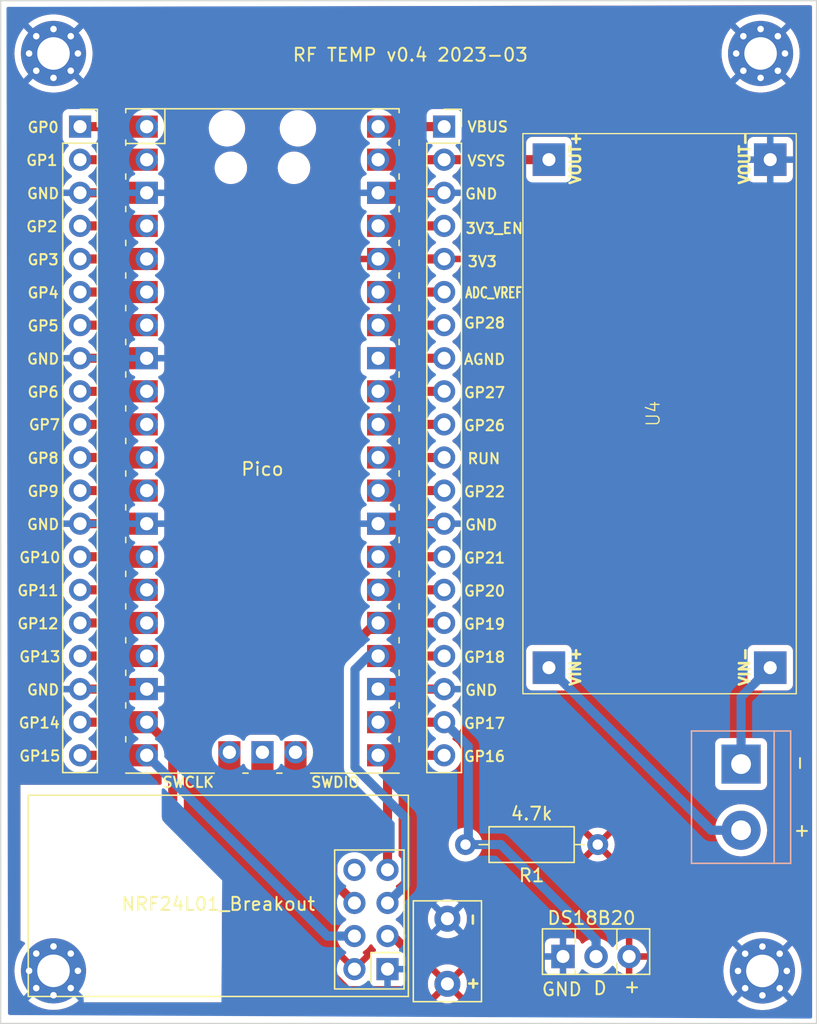
<source format=kicad_pcb>
(kicad_pcb (version 20221018) (generator pcbnew)
  (title_block (title "RF Temp") (date "2023-03-25") (rev "0.4"))
  (layers (0 "F.Cu" signal) (31 "B.Cu" signal) (34 "B.Paste" user) (35 "F.Paste" user) (36 "B.SilkS" user "B.Silkscreen") (37 "F.SilkS" user "F.Silkscreen") (38 "B.Mask" user) (39 "F.Mask" user) (44 "Edge.Cuts" user))
  (net 0 "")
  (net 2 "Net-(J1-Pin_1)")
  (net 3 "Net-(J1-Pin_2)")
  (net 4 "GND")
  (net 5 "Net-(J1-Pin_4)")
  (net 6 "Net-(J1-Pin_5)")
  (net 7 "Net-(J1-Pin_6)")
  (net 8 "Net-(J1-Pin_7)")
  (net 9 "Net-(J1-Pin_9)")
  (net 10 "Net-(J1-Pin_10)")
  (net 11 "Net-(J1-Pin_11)")
  (net 12 "Net-(J1-Pin_12)")
  (net 13 "Net-(J1-Pin_14)")
  (net 14 "Net-(J1-Pin_15)")
  (net 15 "Net-(J1-Pin_16)")
  (net 16 "Net-(J1-Pin_17)")
  (net 17 "Net-(J1-Pin_19)")
  (net 18 "Net-(J1-Pin_20)")
  (net 19 "Net-(J3-Pin_1)")
  (net 20 "Net-(J3-Pin_2)")
  (net 21 "Net-(J3-Pin_4)")
  (net 22 "Net-(J3-Pin_6)")
  (net 23 "Net-(J3-Pin_7)")
  (net 24 "Net-(J3-Pin_8)")
  (net 25 "Net-(J3-Pin_9)")
  (net 26 "Net-(J3-Pin_10)")
  (net 27 "Net-(J3-Pin_11)")
  (net 28 "Net-(J3-Pin_12)")
  (net 29 "Net-(J3-Pin_14)")
  (net 30 "Net-(J3-Pin_15)")
  (net 31 "Net-(J3-Pin_16)")
  (net 32 "Net-(J3-Pin_17)")
  (net 33 "Net-(J3-Pin_19)")
  (net 34 "Net-(J3-Pin_20)")
  (net 37 "Net-(J2-Pin_1)")
  (net 38 "Net-(J2-Pin_2)")
  (net 40 "3V3")
  (footprint "Package_TO_SOT_THT:TO-126-3_Vertical" (layer "F.Cu") (at 97.86 109.215)
    (fp_text reference "U2" hide)
    (fp_text value "DS18B20" (at 2.19 -2.95) (layer "F.SilkS"))
    (fp_line (start -1.58 -2.12) (end -1.58 1.37) (stroke (width 0.12)) (layer "F.SilkS"))
    (fp_line (start -1.58 -2.12) (end 6.66 -2.12) (stroke (width 0.12)) (layer "F.SilkS"))
    (fp_line (start -1.58 1.37) (end 6.66 1.37) (stroke (width 0.12)) (layer "F.SilkS"))
    (fp_line (start 0.94 -2.12) (end 0.94 -1.05) (stroke (width 0.12)) (layer "F.SilkS"))
    (fp_line (start 0.94 1.05) (end 0.94 1.37) (stroke (width 0.12)) (layer "F.SilkS"))
    (fp_line (start 4.141 -2.12) (end 4.141 -0.54) (stroke (width 0.12)) (layer "F.SilkS"))
    (fp_line (start 4.141 0.54) (end 4.141 1.37) (stroke (width 0.12)) (layer "F.SilkS"))
    (fp_line (start 6.66 -2.12) (end 6.66 1.37) (stroke (width 0.12)) (layer "F.SilkS"))
    (pad "1" thru_hole rect (at 0 0) (size 1.8 1.8) (drill 1) (layers "*.Cu" "*.Mask") (net 4 "GND"))
    (pad "2" thru_hole oval (at 2.54 0) (size 1.8 1.8) (drill 1) (layers "*.Cu" "*.Mask") (net 33 "Net-(J3-Pin_19)"))
    (pad "3" thru_hole oval (at 5.08 0) (size 1.8 1.8) (drill 1) (layers "*.Cu" "*.Mask") (net 40 "3V3"))
  )
  (footprint "my_LM2596_Library:my_LM2596AdjBuck" (layer "F.Cu") (at 105.28 67.545 90)
    (fp_text reference "U4" (at 0 -0.5 90 unlocked) (layer "F.SilkS") (effects (font (thickness 0.1))))
    (fp_text value "~")
    (fp_text user "VOUT-" (at 17.5 7 90 unlocked) (layer "F.SilkS") (effects (font (size 0.8 0.8) (thickness 0.2) bold) (justify left bottom)))
    (fp_text user "VIN+" (at -21 -6 90 unlocked) (layer "F.SilkS") (effects (font (size 0.8 0.8) (thickness 0.2) bold) (justify left bottom)))
    (fp_text user "VIN-" (at -21 7 90 unlocked) (layer "F.SilkS") (effects (font (size 0.8 0.8) (thickness 0.2) bold) (justify left bottom)))
    (fp_text user "VOUT+" (at 17.5 -6 90 unlocked) (layer "F.SilkS") (effects (font (size 0.8 0.8) (thickness 0.2) bold) (justify left bottom)))
    (fp_line (start -21.5 -10.5) (end 21.5 -10.5) (stroke (width 0.1)) (layer "F.SilkS"))
    (fp_line (start -21.5 10.5) (end -21.5 -10.5) (stroke (width 0.1)) (layer "F.SilkS"))
    (fp_line (start 21.5 -10.5) (end 21.5 10.5) (stroke (width 0.1)) (layer "F.SilkS"))
    (fp_line (start 21.5 10.5) (end -21.5 10.5) (stroke (width 0.1)) (layer "F.SilkS"))
    (pad "1" thru_hole rect (at -19.5 -8.5 90) (size 2.5 2.5) (drill 1) (layers "*.Cu" "*.Mask") (net 38 "Net-(J2-Pin_2)"))
    (pad "2" thru_hole rect (at -19.5 8.5 90) (size 2.5 2.5) (drill 1) (layers "*.Cu" "*.Mask") (net 37 "Net-(J2-Pin_1)"))
    (pad "3" thru_hole rect (at 19.5 -8.5 90) (size 2.5 2.5) (drill 1) (layers "*.Cu" "*.Mask") (net 20 "Net-(J3-Pin_2)"))
    (pad "4" thru_hole rect (at 19.5 8.5 90) (size 2.5 2.5) (drill 1) (layers "*.Cu" "*.Mask") (net 4 "GND"))
  )
  (footprint "Resistor_THT:R_Axial_DIN0207_L6.3mm_D2.5mm_P10.16mm_Horizontal" (layer "F.Cu") (at 100.53 100.625 180)
    (fp_text reference "R1" (at 5.08 -2.37 180) (layer "F.SilkS"))
    (fp_text value "4.7k" (at 5.08 2.37 180) (layer "F.SilkS"))
    (fp_line (start 1.04 0) (end 1.81 0) (stroke (width 0.12)) (layer "F.SilkS"))
    (fp_line (start 1.81 -1.37) (end 1.81 1.37) (stroke (width 0.12)) (layer "F.SilkS"))
    (fp_line (start 1.81 1.37) (end 8.35 1.37) (stroke (width 0.12)) (layer "F.SilkS"))
    (fp_line (start 8.35 -1.37) (end 1.81 -1.37) (stroke (width 0.12)) (layer "F.SilkS"))
    (fp_line (start 8.35 1.37) (end 8.35 -1.37) (stroke (width 0.12)) (layer "F.SilkS"))
    (fp_line (start 9.12 0) (end 8.35 0) (stroke (width 0.12)) (layer "F.SilkS"))
    (pad "1" thru_hole circle (at 0 0 180) (size 1.6 1.6) (drill 0.8) (layers "*.Cu" "*.Mask") (net 40 "3V3"))
    (pad "2" thru_hole oval (at 10.16 0 180) (size 1.6 1.6) (drill 0.8) (layers "*.Cu" "*.Mask") (net 33 "Net-(J3-Pin_19)"))
  )
  (footprint "RF_Module:nRF24L01_Breakout" (layer "F.Cu") (at 84.38 110.185 180)
    (fp_text reference "U3" hide)
    (fp_text value "NRF24L01_Breakout" (at 13 5) (layer "F.SilkS"))
    (fp_line (start -1.6 -2.1) (end -1.6 -2.1) (stroke (width 0.12)) (layer "F.SilkS"))
    (fp_line (start -1.6 -2.1) (end 27.6 -2.1) (stroke (width 0.12)) (layer "F.SilkS"))
    (fp_line (start -1.6 13.35) (end -1.6 -2.1) (stroke (width 0.12)) (layer "F.SilkS"))
    (fp_line (start -1.27 -1.524) (end -1.27 -1.524) (stroke (width 0.12)) (layer "F.SilkS"))
    (fp_line (start -1.27 -1.524) (end 4.064 -1.524) (stroke (width 0.12)) (layer "F.SilkS"))
    (fp_line (start -1.27 9.144) (end -1.27 -1.524) (stroke (width 0.12)) (layer "F.SilkS"))
    (fp_line (start -1.27 9.144) (end -1.27 9.144) (stroke (width 0.12)) (layer "F.SilkS"))
    (fp_line (start -1.016 1.27) (end -1.016 1.27) (stroke (width 0.12)) (layer "F.SilkS"))
    (fp_line (start 1.27 -1.016) (end 1.27 1.27) (stroke (width 0.12)) (layer "F.SilkS"))
    (fp_line (start 1.27 1.27) (end -1.016 1.27) (stroke (width 0.12)) (layer "F.SilkS"))
    (fp_line (start 4.064 -1.524) (end 4.064 9.144) (stroke (width 0.12)) (layer "F.SilkS"))
    (fp_line (start 4.064 9.144) (end -1.27 9.144) (stroke (width 0.12)) (layer "F.SilkS"))
    (fp_line (start 27.6 -2.1) (end 27.6 13.35) (stroke (width 0.12)) (layer "F.SilkS"))
    (fp_line (start 27.6 13.35) (end -1.6 13.35) (stroke (width 0.12)) (layer "F.SilkS"))
    (pad "1" thru_hole rect (at 0 0 180) (size 1.7 1.7) (drill 1) (layers "*.Cu" "*.Mask") (net 4 "GND"))
    (pad "2" thru_hole circle (at 2.54 0 180) (size 1.7 1.7) (drill 1) (layers "*.Cu" "*.Mask") (net 40 "3V3"))
    (pad "3" thru_hole circle (at 0 2.54 180) (size 1.7 1.7) (drill 1) (layers "*.Cu" "*.Mask") (net 17 "Net-(J1-Pin_19)"))
    (pad "4" thru_hole circle (at 2.54 2.54 180) (size 1.7 1.7) (drill 1) (layers "*.Cu" "*.Mask") (net 18 "Net-(J1-Pin_20)"))
    (pad "5" thru_hole circle (at 0 5.08 180) (size 1.7 1.7) (drill 1) (layers "*.Cu" "*.Mask") (net 32 "Net-(J3-Pin_17)"))
    (pad "6" thru_hole circle (at 2.54 5.08 180) (size 1.7 1.7) (drill 1) (layers "*.Cu" "*.Mask") (net 31 "Net-(J3-Pin_16)"))
    (pad "7" thru_hole circle (at 0 7.62 180) (size 1.7 1.7) (drill 1) (layers "*.Cu" "*.Mask") (net 34 "Net-(J3-Pin_20)"))
    (pad "8" thru_hole circle (at 2.54 7.62 180) (size 1.7 1.7) (drill 1) (layers "*.Cu" "*.Mask"))
  )
  (footprint "MCU_RaspberryPi_and_Boards:RPi_Pico_SMD_TH" (layer "F.Cu") (at 74.77 69.64)
    (fp_text reference "U1" hide)
    (fp_text value "Pico" (at 0 2.159) (layer "F.SilkS"))
    (fp_text user "GP7" (at -16.746 -1.24) (layer "F.SilkS") (effects (font (size 0.8 0.8))))
    (fp_text user "GP14" (at -17.146 21.65) (layer "F.SilkS") (effects (font (size 0.8 0.8))))
    (fp_text user "GP6" (at -16.846 -3.75) (layer "F.SilkS") (effects (font (size 0.8 0.8))))
    (fp_text user "GND" (at -16.846 6.41) (layer "F.SilkS") (effects (font (size 0.8 0.8))))
    (fp_text user "GP13" (at -17.1 16.57) (layer "F.SilkS") (effects (font (size 0.8 0.8))))
    (fp_text user "VSYS" (at 17.21 -21.5) (layer "F.SilkS") (effects (font (size 0.8 0.8))))
    (fp_text user "GP10" (at -17.1 8.95) (layer "F.SilkS") (effects (font (size 0.8 0.8))))
    (fp_text user "GP9" (at -16.846 3.87) (layer "F.SilkS") (effects (font (size 0.8 0.8))))
    (fp_text user "3V3" (at 16.89 -13.765) (layer "F.SilkS") (effects (font (size 0.8 0.8))))
    (fp_text user "GP8" (at -16.846 1.33) (layer "F.SilkS") (effects (font (size 0.8 0.8))))
    (fp_text user "GP0" (at -16.846 -24.07) (layer "F.SilkS") (effects (font (size 0.8 0.8))))
    (fp_text user "GP20" (at 17.064 11.52) (layer "F.SilkS") (effects (font (size 0.8 0.8))))
    (fp_text user "GP12" (at -17.246 14.03) (layer "F.SilkS") (effects (font (size 0.8 0.8))))
    (fp_text user "GP16" (at 17.064 24.22) (layer "F.SilkS") (effects (font (size 0.8 0.8))))
    (fp_text user "GP1" (at -16.946 -21.54) (layer "F.SilkS") (effects (font (size 0.8 0.8))))
    (fp_text user "GND" (at -16.846 -18.99) (layer "F.SilkS") (effects (font (size 0.8 0.8))))
    (fp_text user "GP27" (at 17.064 -3.71) (layer "F.SilkS") (effects (font (size 0.8 0.8))))
    (fp_text user "SWDIO" (at 5.6 26.2) (layer "F.SilkS") (effects (font (size 0.8 0.8))))
    (fp_text user "GND" (at 16.81 -18.96) (layer "F.SilkS") (effects (font (size 0.8 0.8))))
    (fp_text user "GP15" (at -17.1 24.19) (layer "F.SilkS") (effects (font (size 0.8 0.8))))
    (fp_text user "AGND" (at 17.064 -6.26) (layer "F.SilkS") (effects (font (size 0.8 0.8))))
    (fp_text user "GP26" (at 17.064 -1.18) (layer "F.SilkS") (effects (font (size 0.8 0.8))))
    (fp_text user "VBUS" (at 17.31 -24.11) (layer "F.SilkS") (effects (font (size 0.8 0.8))))
    (fp_text user "SWCLK" (at -5.7 26.2) (layer "F.SilkS") (effects (font (size 0.8 0.8))))
    (fp_text user "GND" (at 16.81 19.14) (layer "F.SilkS") (effects (font (size 0.8 0.8))))
    (fp_text user "GND" (at 16.81 6.44) (layer "F.SilkS") (effects (font (size 0.8 0.8))))
    (fp_text user "GP28" (at 17.064 -9.054) (layer "F.SilkS") (effects (font (size 0.8 0.8))))
    (fp_text user "3V3_EN" (at 17.82 -16.315) (layer "F.SilkS") (effects (font (size 0.8 0.8))))
    (fp_text user "GP18" (at 17.064 16.6) (layer "F.SilkS") (effects (font (size 0.8 0.8))))
    (fp_text user "GP5" (at -16.846 -8.83) (layer "F.SilkS") (effects (font (size 0.8 0.8))))
    (fp_text user "GP19" (at 17.064 14.06) (layer "F.SilkS") (effects (font (size 0.8 0.8))))
    (fp_text user "GP4" (at -16.846 -11.37) (layer "F.SilkS") (effects (font (size 0.8 0.8))))
    (fp_text user "GP3" (at -16.846 -13.91) (layer "F.SilkS") (effects (font (size 0.8 0.8))))
    (fp_text user "GND" (at -16.846 19.11) (layer "F.SilkS") (effects (font (size 0.8 0.8))))
    (fp_text user "RUN" (at 17.01 1.36) (layer "F.SilkS") (effects (font (size 0.8 0.8))))
    (fp_text user "GP22" (at 17.064 3.9) (layer "F.SilkS") (effects (font (size 0.8 0.8))))
    (fp_text user "GP17" (at 17.064 21.68) (layer "F.SilkS") (effects (font (size 0.8 0.8))))
    (fp_text user "GND" (at -16.846 -6.29) (layer "F.SilkS") (effects (font (size 0.8 0.8))))
    (fp_text user "GP2" (at -16.946 -16.45) (layer "F.SilkS") (effects (font (size 0.8 0.8))))
    (fp_text user "GP21" (at 17.064 8.99) (layer "F.SilkS") (effects (font (size 0.8 0.8))))
    (fp_text user "GP11" (at -17.246 11.49) (layer "F.SilkS") (effects (font (size 0.8 0.8))))
    (fp_text user "ADC_VREF" (at 17.77 -11.375) (layer "F.SilkS") (effects (font (size 0.8 0.6))))
    (fp_line (start -10.5 -25.5) (end -10.5 -25.2) (stroke (width 0.12)) (layer "F.SilkS"))
    (fp_line (start -10.5 -25.5) (end 10.5 -25.5) (stroke (width 0.12)) (layer "F.SilkS"))
    (fp_line (start -10.5 -23.1) (end -10.5 -22.7) (stroke (width 0.12)) (layer "F.SilkS"))
    (fp_line (start -10.5 -22.833) (end -7.493 -22.833) (stroke (width 0.12)) (layer "F.SilkS"))
    (fp_line (start -10.5 -20.5) (end -10.5 -20.1) (stroke (width 0.12)) (layer "F.SilkS"))
    (fp_line (start -10.5 -18) (end -10.5 -17.6) (stroke (width 0.12)) (layer "F.SilkS"))
    (fp_line (start -10.5 -15.4) (end -10.5 -15) (stroke (width 0.12)) (layer "F.SilkS"))
    (fp_line (start -10.5 -12.9) (end -10.5 -12.5) (stroke (width 0.12)) (layer "F.SilkS"))
    (fp_line (start -10.5 -10.4) (end -10.5 -10) (stroke (width 0.12)) (layer "F.SilkS"))
    (fp_line (start -10.5 -7.8) (end -10.5 -7.4) (stroke (width 0.12)) (layer "F.SilkS"))
    (fp_line (start -10.5 -5.3) (end -10.5 -4.9) (stroke (width 0.12)) (layer "F.SilkS"))
    (fp_line (start -10.5 -2.7) (end -10.5 -2.3) (stroke (width 0.12)) (layer "F.SilkS"))
    (fp_line (start -10.5 -0.2) (end -10.5 0.2) (stroke (width 0.12)) (layer "F.SilkS"))
    (fp_line (start -10.5 2.3) (end -10.5 2.7) (stroke (width 0.12)) (layer "F.SilkS"))
    (fp_line (start -10.5 4.9) (end -10.5 5.3) (stroke (width 0.12)) (layer "F.SilkS"))
    (fp_line (start -10.5 7.4) (end -10.5 7.8) (stroke (width 0.12)) (layer "F.SilkS"))
    (fp_line (start -10.5 10) (end -10.5 10.4) (stroke (width 0.12)) (layer "F.SilkS"))
    (fp_line (start -10.5 12.5) (end -10.5 12.9) (stroke (width 0.12)) (layer "F.SilkS"))
    (fp_line (start -10.5 15.1) (end -10.5 15.5) (stroke (width 0.12)) (layer "F.SilkS"))
    (fp_line (start -10.5 17.6) (end -10.5 18) (stroke (width 0.12)) (layer "F.SilkS"))
    (fp_line (start -10.5 20.1) (end -10.5 20.5) (stroke (width 0.12)) (layer "F.SilkS"))
    (fp_line (start -10.5 22.7) (end -10.5 23.1) (stroke (width 0.12)) (layer "F.SilkS"))
    (fp_line (start -7.493 -22.833) (end -7.493 -25.5) (stroke (width 0.12)) (layer "F.SilkS"))
    (fp_line (start -3.7 25.5) (end -10.5 25.5) (stroke (width 0.12)) (layer "F.SilkS"))
    (fp_line (start -1.5 25.5) (end -1.1 25.5) (stroke (width 0.12)) (layer "F.SilkS"))
    (fp_line (start 1.1 25.5) (end 1.5 25.5) (stroke (width 0.12)) (layer "F.SilkS"))
    (fp_line (start 10.5 -25.5) (end 10.5 -25.2) (stroke (width 0.12)) (layer "F.SilkS"))
    (fp_line (start 10.5 -23.1) (end 10.5 -22.7) (stroke (width 0.12)) (layer "F.SilkS"))
    (fp_line (start 10.5 -20.5) (end 10.5 -20.1) (stroke (width 0.12)) (layer "F.SilkS"))
    (fp_line (start 10.5 -18) (end 10.5 -17.6) (stroke (width 0.12)) (layer "F.SilkS"))
    (fp_line (start 10.5 -15.4) (end 10.5 -15) (stroke (width 0.12)) (layer "F.SilkS"))
    (fp_line (start 10.5 -12.9) (end 10.5 -12.5) (stroke (width 0.12)) (layer "F.SilkS"))
    (fp_line (start 10.5 -10.4) (end 10.5 -10) (stroke (width 0.12)) (layer "F.SilkS"))
    (fp_line (start 10.5 -7.8) (end 10.5 -7.4) (stroke (width 0.12)) (layer "F.SilkS"))
    (fp_line (start 10.5 -5.3) (end 10.5 -4.9) (stroke (width 0.12)) (layer "F.SilkS"))
    (fp_line (start 10.5 -2.7) (end 10.5 -2.3) (stroke (width 0.12)) (layer "F.SilkS"))
    (fp_line (start 10.5 -0.2) (end 10.5 0.2) (stroke (width 0.12)) (layer "F.SilkS"))
    (fp_line (start 10.5 2.3) (end 10.5 2.7) (stroke (width 0.12)) (layer "F.SilkS"))
    (fp_line (start 10.5 4.9) (end 10.5 5.3) (stroke (width 0.12)) (layer "F.SilkS"))
    (fp_line (start 10.5 7.4) (end 10.5 7.8) (stroke (width 0.12)) (layer "F.SilkS"))
    (fp_line (start 10.5 10) (end 10.5 10.4) (stroke (width 0.12)) (layer "F.SilkS"))
    (fp_line (start 10.5 12.5) (end 10.5 12.9) (stroke (width 0.12)) (layer "F.SilkS"))
    (fp_line (start 10.5 15.1) (end 10.5 15.5) (stroke (width 0.12)) (layer "F.SilkS"))
    (fp_line (start 10.5 17.6) (end 10.5 18) (stroke (width 0.12)) (layer "F.SilkS"))
    (fp_line (start 10.5 20.1) (end 10.5 20.5) (stroke (width 0.12)) (layer "F.SilkS"))
    (fp_line (start 10.5 22.7) (end 10.5 23.1) (stroke (width 0.12)) (layer "F.SilkS"))
    (fp_line (start 10.5 25.5) (end 3.7 25.5) (stroke (width 0.12)) (layer "F.SilkS"))
    (pad "" np_thru_hole oval (at -2.725 -24) (size 1.8 1.8) (drill 1.8) (layers "*.Cu" "*.Mask"))
    (pad "" np_thru_hole oval (at -2.425 -20.97) (size 1.5 1.5) (drill 1.5) (layers "*.Cu" "*.Mask"))
    (pad "" np_thru_hole oval (at 2.425 -20.97) (size 1.5 1.5) (drill 1.5) (layers "*.Cu" "*.Mask"))
    (pad "" np_thru_hole oval (at 2.725 -24) (size 1.8 1.8) (drill 1.8) (layers "*.Cu" "*.Mask"))
    (pad "1" thru_hole oval (at -8.89 -24.13) (size 1.7 1.7) (drill 1.02) (layers "*.Cu" "*.Mask") (net 2 "Net-(J1-Pin_1)"))
    (pad "1" smd rect (at -8.89 -24.13) (size 3.5 1.7) (drill (offset -0.9 0)) (layers "F.Cu" "F.Mask") (net 2 "Net-(J1-Pin_1)"))
    (pad "2" thru_hole oval (at -8.89 -21.59) (size 1.7 1.7) (drill 1.02) (layers "*.Cu" "*.Mask") (net 3 "Net-(J1-Pin_2)"))
    (pad "2" smd rect (at -8.89 -21.59) (size 3.5 1.7) (drill (offset -0.9 0)) (layers "F.Cu" "F.Mask") (net 3 "Net-(J1-Pin_2)"))
    (pad "3" thru_hole rect (at -8.89 -19.05) (size 1.7 1.7) (drill 1.02) (layers "*.Cu" "*.Mask") (net 4 "GND"))
    (pad "3" smd rect (at -8.89 -19.05) (size 3.5 1.7) (drill (offset -0.9 0)) (layers "F.Cu" "F.Mask") (net 4 "GND"))
    (pad "4" thru_hole oval (at -8.89 -16.51) (size 1.7 1.7) (drill 1.02) (layers "*.Cu" "*.Mask") (net 5 "Net-(J1-Pin_4)"))
    (pad "4" smd rect (at -8.89 -16.51) (size 3.5 1.7) (drill (offset -0.9 0)) (layers "F.Cu" "F.Mask") (net 5 "Net-(J1-Pin_4)"))
    (pad "5" thru_hole oval (at -8.89 -13.97) (size 1.7 1.7) (drill 1.02) (layers "*.Cu" "*.Mask") (net 6 "Net-(J1-Pin_5)"))
    (pad "5" smd rect (at -8.89 -13.97) (size 3.5 1.7) (drill (offset -0.9 0)) (layers "F.Cu" "F.Mask") (net 6 "Net-(J1-Pin_5)"))
    (pad "6" thru_hole oval (at -8.89 -11.43) (size 1.7 1.7) (drill 1.02) (layers "*.Cu" "*.Mask") (net 7 "Net-(J1-Pin_6)"))
    (pad "6" smd rect (at -8.89 -11.43) (size 3.5 1.7) (drill (offset -0.9 0)) (layers "F.Cu" "F.Mask") (net 7 "Net-(J1-Pin_6)"))
    (pad "7" thru_hole oval (at -8.89 -8.89) (size 1.7 1.7) (drill 1.02) (layers "*.Cu" "*.Mask") (net 8 "Net-(J1-Pin_7)"))
    (pad "7" smd rect (at -8.89 -8.89) (size 3.5 1.7) (drill (offset -0.9 0)) (layers "F.Cu" "F.Mask") (net 8 "Net-(J1-Pin_7)"))
    (pad "8" thru_hole rect (at -8.89 -6.35) (size 1.7 1.7) (drill 1.02) (layers "*.Cu" "*.Mask") (net 4 "GND"))
    (pad "8" smd rect (at -8.89 -6.35) (size 3.5 1.7) (drill (offset -0.9 0)) (layers "F.Cu" "F.Mask") (net 4 "GND"))
    (pad "9" thru_hole oval (at -8.89 -3.81) (size 1.7 1.7) (drill 1.02) (layers "*.Cu" "*.Mask") (net 9 "Net-(J1-Pin_9)"))
    (pad "9" smd rect (at -8.89 -3.81) (size 3.5 1.7) (drill (offset -0.9 0)) (layers "F.Cu" "F.Mask") (net 9 "Net-(J1-Pin_9)"))
    (pad "10" thru_hole oval (at -8.89 -1.27) (size 1.7 1.7) (drill 1.02) (layers "*.Cu" "*.Mask") (net 10 "Net-(J1-Pin_10)"))
    (pad "10" smd rect (at -8.89 -1.27) (size 3.5 1.7) (drill (offset -0.9 0)) (layers "F.Cu" "F.Mask") (net 10 "Net-(J1-Pin_10)"))
    (pad "11" thru_hole oval (at -8.89 1.27) (size 1.7 1.7) (drill 1.02) (layers "*.Cu" "*.Mask") (net 11 "Net-(J1-Pin_11)"))
    (pad "11" smd rect (at -8.89 1.27) (size 3.5 1.7) (drill (offset -0.9 0)) (layers "F.Cu" "F.Mask") (net 11 "Net-(J1-Pin_11)"))
    (pad "12" thru_hole oval (at -8.89 3.81) (size 1.7 1.7) (drill 1.02) (layers "*.Cu" "*.Mask") (net 12 "Net-(J1-Pin_12)"))
    (pad "12" smd rect (at -8.89 3.81) (size 3.5 1.7) (drill (offset -0.9 0)) (layers "F.Cu" "F.Mask") (net 12 "Net-(J1-Pin_12)"))
    (pad "13" thru_hole rect (at -8.89 6.35) (size 1.7 1.7) (drill 1.02) (layers "*.Cu" "*.Mask") (net 4 "GND"))
    (pad "13" smd rect (at -8.89 6.35) (size 3.5 1.7) (drill (offset -0.9 0)) (layers "F.Cu" "F.Mask") (net 4 "GND"))
    (pad "14" thru_hole oval (at -8.89 8.89) (size 1.7 1.7) (drill 1.02) (layers "*.Cu" "*.Mask") (net 13 "Net-(J1-Pin_14)"))
    (pad "14" smd rect (at -8.89 8.89) (size 3.5 1.7) (drill (offset -0.9 0)) (layers "F.Cu" "F.Mask") (net 13 "Net-(J1-Pin_14)"))
    (pad "15" thru_hole oval (at -8.89 11.43) (size 1.7 1.7) (drill 1.02) (layers "*.Cu" "*.Mask") (net 14 "Net-(J1-Pin_15)"))
    (pad "15" smd rect (at -8.89 11.43) (size 3.5 1.7) (drill (offset -0.9 0)) (layers "F.Cu" "F.Mask") (net 14 "Net-(J1-Pin_15)"))
    (pad "16" thru_hole oval (at -8.89 13.97) (size 1.7 1.7) (drill 1.02) (layers "*.Cu" "*.Mask") (net 15 "Net-(J1-Pin_16)"))
    (pad "16" smd rect (at -8.89 13.97) (size 3.5 1.7) (drill (offset -0.9 0)) (layers "F.Cu" "F.Mask") (net 15 "Net-(J1-Pin_16)"))
    (pad "17" thru_hole oval (at -8.89 16.51) (size 1.7 1.7) (drill 1.02) (layers "*.Cu" "*.Mask") (net 16 "Net-(J1-Pin_17)"))
    (pad "17" smd rect (at -8.89 16.51) (size 3.5 1.7) (drill (offset -0.9 0)) (layers "F.Cu" "F.Mask") (net 16 "Net-(J1-Pin_17)"))
    (pad "18" thru_hole rect (at -8.89 19.05) (size 1.7 1.7) (drill 1.02) (layers "*.Cu" "*.Mask") (net 4 "GND"))
    (pad "18" smd rect (at -8.89 19.05) (size 3.5 1.7) (drill (offset -0.9 0)) (layers "F.Cu" "F.Mask") (net 4 "GND"))
    (pad "19" thru_hole oval (at -8.89 21.59) (size 1.7 1.7) (drill 1.02) (layers "*.Cu" "*.Mask") (net 17 "Net-(J1-Pin_19)"))
    (pad "19" smd rect (at -8.89 21.59) (size 3.5 1.7) (drill (offset -0.9 0)) (layers "F.Cu" "F.Mask") (net 17 "Net-(J1-Pin_19)"))
    (pad "20" thru_hole oval (at -8.89 24.13) (size 1.7 1.7) (drill 1.02) (layers "*.Cu" "*.Mask") (net 18 "Net-(J1-Pin_20)"))
    (pad "20" smd rect (at -8.89 24.13) (size 3.5 1.7) (drill (offset -0.9 0)) (layers "F.Cu" "F.Mask") (net 18 "Net-(J1-Pin_20)"))
    (pad "21" thru_hole oval (at 8.89 24.13) (size 1.7 1.7) (drill 1.02) (layers "*.Cu" "*.Mask") (net 34 "Net-(J3-Pin_20)"))
    (pad "21" smd rect (at 8.89 24.13) (size 3.5 1.7) (drill (offset 0.9 0)) (layers "F.Cu" "F.Mask") (net 34 "Net-(J3-Pin_20)"))
    (pad "22" thru_hole oval (at 8.89 21.59) (size 1.7 1.7) (drill 1.02) (layers "*.Cu" "*.Mask") (net 33 "Net-(J3-Pin_19)"))
    (pad "22" smd rect (at 8.89 21.59) (size 3.5 1.7) (drill (offset 0.9 0)) (layers "F.Cu" "F.Mask") (net 33 "Net-(J3-Pin_19)"))
    (pad "23" thru_hole rect (at 8.89 19.05) (size 1.7 1.7) (drill 1.02) (layers "*.Cu" "*.Mask") (net 4 "GND"))
    (pad "23" smd rect (at 8.89 19.05) (size 3.5 1.7) (drill (offset 0.9 0)) (layers "F.Cu" "F.Mask") (net 4 "GND"))
    (pad "24" thru_hole oval (at 8.89 16.51) (size 1.7 1.7) (drill 1.02) (layers "*.Cu" "*.Mask") (net 32 "Net-(J3-Pin_17)"))
    (pad "24" smd rect (at 8.89 16.51) (size 3.5 1.7) (drill (offset 0.9 0)) (layers "F.Cu" "F.Mask") (net 32 "Net-(J3-Pin_17)"))
    (pad "25" thru_hole oval (at 8.89 13.97) (size 1.7 1.7) (drill 1.02) (layers "*.Cu" "*.Mask") (net 31 "Net-(J3-Pin_16)"))
    (pad "25" smd rect (at 8.89 13.97) (size 3.5 1.7) (drill (offset 0.9 0)) (layers "F.Cu" "F.Mask") (net 31 "Net-(J3-Pin_16)"))
    (pad "26" thru_hole oval (at 8.89 11.43) (size 1.7 1.7) (drill 1.02) (layers "*.Cu" "*.Mask") (net 30 "Net-(J3-Pin_15)"))
    (pad "26" smd rect (at 8.89 11.43) (size 3.5 1.7) (drill (offset 0.9 0)) (layers "F.Cu" "F.Mask") (net 30 "Net-(J3-Pin_15)"))
    (pad "27" thru_hole oval (at 8.89 8.89) (size 1.7 1.7) (drill 1.02) (layers "*.Cu" "*.Mask") (net 29 "Net-(J3-Pin_14)"))
    (pad "27" smd rect (at 8.89 8.89) (size 3.5 1.7) (drill (offset 0.9 0)) (layers "F.Cu" "F.Mask") (net 29 "Net-(J3-Pin_14)"))
    (pad "28" thru_hole rect (at 8.89 6.35) (size 1.7 1.7) (drill 1.02) (layers "*.Cu" "*.Mask") (net 4 "GND"))
    (pad "28" smd rect (at 8.89 6.35) (size 3.5 1.7) (drill (offset 0.9 0)) (layers "F.Cu" "F.Mask") (net 4 "GND"))
    (pad "29" thru_hole oval (at 8.89 3.81) (size 1.7 1.7) (drill 1.02) (layers "*.Cu" "*.Mask") (net 28 "Net-(J3-Pin_12)"))
    (pad "29" smd rect (at 8.89 3.81) (size 3.5 1.7) (drill (offset 0.9 0)) (layers "F.Cu" "F.Mask") (net 28 "Net-(J3-Pin_12)"))
    (pad "30" thru_hole oval (at 8.89 1.27) (size 1.7 1.7) (drill 1.02) (layers "*.Cu" "*.Mask") (net 27 "Net-(J3-Pin_11)"))
    (pad "30" smd rect (at 8.89 1.27) (size 3.5 1.7) (drill (offset 0.9 0)) (layers "F.Cu" "F.Mask") (net 27 "Net-(J3-Pin_11)"))
    (pad "31" thru_hole oval (at 8.89 -1.27) (size 1.7 1.7) (drill 1.02) (layers "*.Cu" "*.Mask") (net 26 "Net-(J3-Pin_10)"))
    (pad "31" smd rect (at 8.89 -1.27) (size 3.5 1.7) (drill (offset 0.9 0)) (layers "F.Cu" "F.Mask") (net 26 "Net-(J3-Pin_10)"))
    (pad "32" thru_hole oval (at 8.89 -3.81) (size 1.7 1.7) (drill 1.02) (layers "*.Cu" "*.Mask") (net 25 "Net-(J3-Pin_9)"))
    (pad "32" smd rect (at 8.89 -3.81) (size 3.5 1.7) (drill (offset 0.9 0)) (layers "F.Cu" "F.Mask") (net 25 "Net-(J3-Pin_9)"))
    (pad "33" thru_hole rect (at 8.89 -6.35) (size 1.7 1.7) (drill 1.02) (layers "*.Cu" "*.Mask") (net 24 "Net-(J3-Pin_8)"))
    (pad "33" smd rect (at 8.89 -6.35) (size 3.5 1.7) (drill (offset 0.9 0)) (layers "F.Cu" "F.Mask") (net 24 "Net-(J3-Pin_8)"))
    (pad "34" thru_hole oval (at 8.89 -8.89) (size 1.7 1.7) (drill 1.02) (layers "*.Cu" "*.Mask") (net 23 "Net-(J3-Pin_7)"))
    (pad "34" smd rect (at 8.89 -8.89) (size 3.5 1.7) (drill (offset 0.9 0)) (layers "F.Cu" "F.Mask") (net 23 "Net-(J3-Pin_7)"))
    (pad "35" thru_hole oval (at 8.89 -11.43) (size 1.7 1.7) (drill 1.02) (layers "*.Cu" "*.Mask") (net 22 "Net-(J3-Pin_6)"))
    (pad "35" smd rect (at 8.89 -11.43) (size 3.5 1.7) (drill (offset 0.9 0)) (layers "F.Cu" "F.Mask") (net 22 "Net-(J3-Pin_6)"))
    (pad "36" thru_hole oval (at 8.89 -13.97) (size 1.7 1.7) (drill 1.02) (layers "*.Cu" "*.Mask") (net 40 "3V3"))
    (pad "36" smd rect (at 8.89 -13.97) (size 3.5 1.7) (drill (offset 0.9 0)) (layers "F.Cu" "F.Mask") (net 40 "3V3"))
    (pad "37" thru_hole oval (at 8.89 -16.51) (size 1.7 1.7) (drill 1.02) (layers "*.Cu" "*.Mask") (net 21 "Net-(J3-Pin_4)"))
    (pad "37" smd rect (at 8.89 -16.51) (size 3.5 1.7) (drill (offset 0.9 0)) (layers "F.Cu" "F.Mask") (net 21 "Net-(J3-Pin_4)"))
    (pad "38" thru_hole rect (at 8.89 -19.05) (size 1.7 1.7) (drill 1.02) (layers "*.Cu" "*.Mask") (net 4 "GND"))
    (pad "38" smd rect (at 8.89 -19.05) (size 3.5 1.7) (drill (offset 0.9 0)) (layers "F.Cu" "F.Mask") (net 4 "GND"))
    (pad "39" thru_hole oval (at 8.89 -21.59) (size 1.7 1.7) (drill 1.02) (layers "*.Cu" "*.Mask") (net 20 "Net-(J3-Pin_2)"))
    (pad "39" smd rect (at 8.89 -21.59) (size 3.5 1.7) (drill (offset 0.9 0)) (layers "F.Cu" "F.Mask") (net 20 "Net-(J3-Pin_2)"))
    (pad "40" thru_hole oval (at 8.89 -24.13) (size 1.7 1.7) (drill 1.02) (layers "*.Cu" "*.Mask") (net 19 "Net-(J3-Pin_1)"))
    (pad "40" smd rect (at 8.89 -24.13) (size 3.5 1.7) (drill (offset 0.9 0)) (layers "F.Cu" "F.Mask") (net 19 "Net-(J3-Pin_1)"))
    (pad "41" thru_hole oval (at -2.54 23.9) (size 1.7 1.7) (drill 1.02) (layers "*.Cu" "*.Mask"))
    (pad "41" smd rect (at -2.54 23.9 90) (size 3.5 1.7) (drill (offset -0.9 0)) (layers "F.Cu" "F.Mask"))
    (pad "42" thru_hole rect (at 0 23.9) (size 1.7 1.7) (drill 1.02) (layers "*.Cu" "*.Mask"))
    (pad "42" smd rect (at 0 23.9 90) (size 3.5 1.7) (drill (offset -0.9 0)) (layers "F.Cu" "F.Mask"))
    (pad "43" thru_hole oval (at 2.54 23.9) (size 1.7 1.7) (drill 1.02) (layers "*.Cu" "*.Mask"))
    (pad "43" smd rect (at 2.54 23.9 90) (size 3.5 1.7) (drill (offset -0.9 0)) (layers "F.Cu" "F.Mask"))
  )
  (footprint "Capacitor_THT:C_Disc_D7.5mm_W5.0mm_P5.00mm" (layer "F.Cu") (at 88.98 111.315 90)
    (fp_text reference "C1" hide)
    (fp_text value "C")
    (fp_line (start -1.37 -2.62) (end -1.37 2.62) (stroke (width 0.12)) (layer "F.SilkS"))
    (fp_line (start -1.37 -2.62) (end 6.37 -2.62) (stroke (width 0.12)) (layer "F.SilkS"))
    (fp_line (start -1.37 2.62) (end 6.37 2.62) (stroke (width 0.12)) (layer "F.SilkS"))
    (fp_line (start 6.37 -2.62) (end 6.37 2.62) (stroke (width 0.12)) (layer "F.SilkS"))
    (pad "1" thru_hole circle (at 0 0 90) (size 2 2) (drill 1) (layers "*.Cu" "*.Mask") (net 40 "3V3"))
    (pad "2" thru_hole circle (at 5 0 90) (size 2 2) (drill 1) (layers "*.Cu" "*.Mask") (net 4 "GND"))
  )
  (footprint "Connector_PinSocket_2.54mm:PinSocket_1x20_P2.54mm_Vertical" (layer "F.Cu") (at 88.73 45.51)
    (fp_text reference "J3" hide)
    (fp_text value "Conn_01x20" hide)
    (fp_line (start -1.33 1.27) (end -1.33 49.59) (stroke (width 0.12)) (layer "F.SilkS"))
    (fp_line (start -1.33 1.27) (end 1.33 1.27) (stroke (width 0.12)) (layer "F.SilkS"))
    (fp_line (start -1.33 49.59) (end 1.33 49.59) (stroke (width 0.12)) (layer "F.SilkS"))
    (fp_line (start 0 -1.33) (end 1.33 -1.33) (stroke (width 0.12)) (layer "F.SilkS"))
    (fp_line (start 1.33 -1.33) (end 1.33 0) (stroke (width 0.12)) (layer "F.SilkS"))
    (fp_line (start 1.33 1.27) (end 1.33 49.59) (stroke (width 0.12)) (layer "F.SilkS"))
    (pad "1" thru_hole rect (at 0 0) (size 1.7 1.7) (drill 1) (layers "*.Cu" "*.Mask") (net 19 "Net-(J3-Pin_1)"))
    (pad "2" thru_hole oval (at 0 2.54) (size 1.7 1.7) (drill 1) (layers "*.Cu" "*.Mask") (net 20 "Net-(J3-Pin_2)"))
    (pad "3" thru_hole oval (at 0 5.08) (size 1.7 1.7) (drill 1) (layers "*.Cu" "*.Mask") (net 4 "GND"))
    (pad "4" thru_hole oval (at 0 7.62) (size 1.7 1.7) (drill 1) (layers "*.Cu" "*.Mask") (net 21 "Net-(J3-Pin_4)"))
    (pad "5" thru_hole oval (at 0 10.16) (size 1.7 1.7) (drill 1) (layers "*.Cu" "*.Mask") (net 40 "3V3"))
    (pad "6" thru_hole oval (at 0 12.7) (size 1.7 1.7) (drill 1) (layers "*.Cu" "*.Mask") (net 22 "Net-(J3-Pin_6)"))
    (pad "7" thru_hole oval (at 0 15.24) (size 1.7 1.7) (drill 1) (layers "*.Cu" "*.Mask") (net 23 "Net-(J3-Pin_7)"))
    (pad "8" thru_hole oval (at 0 17.78) (size 1.7 1.7) (drill 1) (layers "*.Cu" "*.Mask") (net 24 "Net-(J3-Pin_8)"))
    (pad "9" thru_hole oval (at 0 20.32) (size 1.7 1.7) (drill 1) (layers "*.Cu" "*.Mask") (net 25 "Net-(J3-Pin_9)"))
    (pad "10" thru_hole oval (at 0 22.86) (size 1.7 1.7) (drill 1) (layers "*.Cu" "*.Mask") (net 26 "Net-(J3-Pin_10)"))
    (pad "11" thru_hole oval (at 0 25.4) (size 1.7 1.7) (drill 1) (layers "*.Cu" "*.Mask") (net 27 "Net-(J3-Pin_11)"))
    (pad "12" thru_hole oval (at 0 27.94) (size 1.7 1.7) (drill 1) (layers "*.Cu" "*.Mask") (net 28 "Net-(J3-Pin_12)"))
    (pad "13" thru_hole oval (at 0 30.48) (size 1.7 1.7) (drill 1) (layers "*.Cu" "*.Mask") (net 4 "GND"))
    (pad "14" thru_hole oval (at 0 33.02) (size 1.7 1.7) (drill 1) (layers "*.Cu" "*.Mask") (net 29 "Net-(J3-Pin_14)"))
    (pad "15" thru_hole oval (at 0 35.56) (size 1.7 1.7) (drill 1) (layers "*.Cu" "*.Mask") (net 30 "Net-(J3-Pin_15)"))
    (pad "16" thru_hole oval (at 0 38.1) (size 1.7 1.7) (drill 1) (layers "*.Cu" "*.Mask") (net 31 "Net-(J3-Pin_16)"))
    (pad "17" thru_hole oval (at 0 40.64) (size 1.7 1.7) (drill 1) (layers "*.Cu" "*.Mask") (net 32 "Net-(J3-Pin_17)"))
    (pad "18" thru_hole oval (at 0 43.18) (size 1.7 1.7) (drill 1) (layers "*.Cu" "*.Mask") (net 4 "GND"))
    (pad "19" thru_hole oval (at 0 45.72) (size 1.7 1.7) (drill 1) (layers "*.Cu" "*.Mask") (net 33 "Net-(J3-Pin_19)"))
    (pad "20" thru_hole oval (at 0 48.26) (size 1.7 1.7) (drill 1) (layers "*.Cu" "*.Mask") (net 34 "Net-(J3-Pin_20)"))
  )
  (footprint "MountingHole:MountingHole_2.5mm_Pad_Via" (layer "F.Cu") (at 113.18 110.325)
    (fp_text reference "H3" hide)
    (fp_text value "MountingHole_Pad" hide)
    (pad "1" thru_hole circle (at -1.875 0) (size 0.8 0.8) (drill 0.5) (layers "*.Cu" "*.Mask") (net 4 "GND"))
    (pad "1" thru_hole circle (at -1.325825 -1.325825) (size 0.8 0.8) (drill 0.5) (layers "*.Cu" "*.Mask") (net 4 "GND"))
    (pad "1" thru_hole circle (at -1.325825 1.325825) (size 0.8 0.8) (drill 0.5) (layers "*.Cu" "*.Mask") (net 4 "GND"))
    (pad "1" thru_hole circle (at 0 -1.875) (size 0.8 0.8) (drill 0.5) (layers "*.Cu" "*.Mask") (net 4 "GND"))
    (pad "1" thru_hole circle (at 0 0) (size 5 5) (drill 2.5) (layers "*.Cu" "*.Mask") (net 4 "GND"))
    (pad "1" thru_hole circle (at 0 1.875) (size 0.8 0.8) (drill 0.5) (layers "*.Cu" "*.Mask") (net 4 "GND"))
    (pad "1" thru_hole circle (at 1.325825 -1.325825) (size 0.8 0.8) (drill 0.5) (layers "*.Cu" "*.Mask") (net 4 "GND"))
    (pad "1" thru_hole circle (at 1.325825 1.325825) (size 0.8 0.8) (drill 0.5) (layers "*.Cu" "*.Mask") (net 4 "GND"))
    (pad "1" thru_hole circle (at 1.875 0) (size 0.8 0.8) (drill 0.5) (layers "*.Cu" "*.Mask") (net 4 "GND"))
  )
  (footprint "MountingHole:MountingHole_2.5mm_Pad_Via" (layer "F.Cu") (at 113.04 39.895)
    (fp_text reference "H2" hide)
    (fp_text value "MountingHole_Pad" hide)
    (pad "1" thru_hole circle (at -1.875 0) (size 0.8 0.8) (drill 0.5) (layers "*.Cu" "*.Mask") (net 4 "GND"))
    (pad "1" thru_hole circle (at -1.325825 -1.325825) (size 0.8 0.8) (drill 0.5) (layers "*.Cu" "*.Mask") (net 4 "GND"))
    (pad "1" thru_hole circle (at -1.325825 1.325825) (size 0.8 0.8) (drill 0.5) (layers "*.Cu" "*.Mask") (net 4 "GND"))
    (pad "1" thru_hole circle (at 0 -1.875) (size 0.8 0.8) (drill 0.5) (layers "*.Cu" "*.Mask") (net 4 "GND"))
    (pad "1" thru_hole circle (at 0 0) (size 5 5) (drill 2.5) (layers "*.Cu" "*.Mask") (net 4 "GND"))
    (pad "1" thru_hole circle (at 0 1.875) (size 0.8 0.8) (drill 0.5) (layers "*.Cu" "*.Mask") (net 4 "GND"))
    (pad "1" thru_hole circle (at 1.325825 -1.325825) (size 0.8 0.8) (drill 0.5) (layers "*.Cu" "*.Mask") (net 4 "GND"))
    (pad "1" thru_hole circle (at 1.325825 1.325825) (size 0.8 0.8) (drill 0.5) (layers "*.Cu" "*.Mask") (net 4 "GND"))
    (pad "1" thru_hole circle (at 1.875 0) (size 0.8 0.8) (drill 0.5) (layers "*.Cu" "*.Mask") (net 4 "GND"))
  )
  (footprint "MountingHole:MountingHole_2.5mm_Pad_Via" (layer "F.Cu") (at 58.72 110.315)
    (fp_text reference "H5" hide)
    (fp_text value "MountingHole_Pad" hide)
    (pad "1" thru_hole circle (at -1.875 0) (size 0.8 0.8) (drill 0.5) (layers "*.Cu" "*.Mask") (net 4 "GND"))
    (pad "1" thru_hole circle (at -1.325825 -1.325825) (size 0.8 0.8) (drill 0.5) (layers "*.Cu" "*.Mask") (net 4 "GND"))
    (pad "1" thru_hole circle (at -1.325825 1.325825) (size 0.8 0.8) (drill 0.5) (layers "*.Cu" "*.Mask") (net 4 "GND"))
    (pad "1" thru_hole circle (at 0 -1.875) (size 0.8 0.8) (drill 0.5) (layers "*.Cu" "*.Mask") (net 4 "GND"))
    (pad "1" thru_hole circle (at 0 0) (size 5 5) (drill 2.5) (layers "*.Cu" "*.Mask") (net 4 "GND"))
    (pad "1" thru_hole circle (at 0 1.875) (size 0.8 0.8) (drill 0.5) (layers "*.Cu" "*.Mask") (net 4 "GND"))
    (pad "1" thru_hole circle (at 1.325825 -1.325825) (size 0.8 0.8) (drill 0.5) (layers "*.Cu" "*.Mask") (net 4 "GND"))
    (pad "1" thru_hole circle (at 1.325825 1.325825) (size 0.8 0.8) (drill 0.5) (layers "*.Cu" "*.Mask") (net 4 "GND"))
    (pad "1" thru_hole circle (at 1.875 0) (size 0.8 0.8) (drill 0.5) (layers "*.Cu" "*.Mask") (net 4 "GND"))
  )
  (footprint "MountingHole:MountingHole_2.5mm_Pad_Via" (layer "F.Cu") (at 58.72 39.895)
    (fp_text reference "H1" hide)
    (fp_text value "MountingHole_Pad" hide)
    (pad "1" thru_hole circle (at -1.875 0) (size 0.8 0.8) (drill 0.5) (layers "*.Cu" "*.Mask") (net 4 "GND"))
    (pad "1" thru_hole circle (at -1.325825 -1.325825) (size 0.8 0.8) (drill 0.5) (layers "*.Cu" "*.Mask") (net 4 "GND"))
    (pad "1" thru_hole circle (at -1.325825 1.325825) (size 0.8 0.8) (drill 0.5) (layers "*.Cu" "*.Mask") (net 4 "GND"))
    (pad "1" thru_hole circle (at 0 -1.875) (size 0.8 0.8) (drill 0.5) (layers "*.Cu" "*.Mask") (net 4 "GND"))
    (pad "1" thru_hole circle (at 0 0) (size 5 5) (drill 2.5) (layers "*.Cu" "*.Mask") (net 4 "GND"))
    (pad "1" thru_hole circle (at 0 1.875) (size 0.8 0.8) (drill 0.5) (layers "*.Cu" "*.Mask") (net 4 "GND"))
    (pad "1" thru_hole circle (at 1.325825 -1.325825) (size 0.8 0.8) (drill 0.5) (layers "*.Cu" "*.Mask") (net 4 "GND"))
    (pad "1" thru_hole circle (at 1.325825 1.325825) (size 0.8 0.8) (drill 0.5) (layers "*.Cu" "*.Mask") (net 4 "GND"))
    (pad "1" thru_hole circle (at 1.875 0) (size 0.8 0.8) (drill 0.5) (layers "*.Cu" "*.Mask") (net 4 "GND"))
  )
  (footprint "Connector_PinSocket_2.54mm:PinSocket_1x20_P2.54mm_Vertical" (layer "F.Cu") (at 60.76 45.51)
    (fp_text reference "J1" hide)
    (fp_text value "Conn_01x20" hide)
    (fp_line (start -1.33 1.27) (end -1.33 49.59) (stroke (width 0.12)) (layer "F.SilkS"))
    (fp_line (start -1.33 1.27) (end 1.33 1.27) (stroke (width 0.12)) (layer "F.SilkS"))
    (fp_line (start -1.33 49.59) (end 1.33 49.59) (stroke (width 0.12)) (layer "F.SilkS"))
    (fp_line (start 0 -1.33) (end 1.33 -1.33) (stroke (width 0.12)) (layer "F.SilkS"))
    (fp_line (start 1.33 -1.33) (end 1.33 0) (stroke (width 0.12)) (layer "F.SilkS"))
    (fp_line (start 1.33 1.27) (end 1.33 49.59) (stroke (width 0.12)) (layer "F.SilkS"))
    (pad "1" thru_hole rect (at 0 0) (size 1.7 1.7) (drill 1) (layers "*.Cu" "*.Mask") (net 2 "Net-(J1-Pin_1)"))
    (pad "2" thru_hole oval (at 0 2.54) (size 1.7 1.7) (drill 1) (layers "*.Cu" "*.Mask") (net 3 "Net-(J1-Pin_2)"))
    (pad "3" thru_hole oval (at 0 5.08) (size 1.7 1.7) (drill 1) (layers "*.Cu" "*.Mask") (net 4 "GND"))
    (pad "4" thru_hole oval (at 0 7.62) (size 1.7 1.7) (drill 1) (layers "*.Cu" "*.Mask") (net 5 "Net-(J1-Pin_4)"))
    (pad "5" thru_hole oval (at 0 10.16) (size 1.7 1.7) (drill 1) (layers "*.Cu" "*.Mask") (net 6 "Net-(J1-Pin_5)"))
    (pad "6" thru_hole oval (at 0 12.7) (size 1.7 1.7) (drill 1) (layers "*.Cu" "*.Mask") (net 7 "Net-(J1-Pin_6)"))
    (pad "7" thru_hole oval (at 0 15.24) (size 1.7 1.7) (drill 1) (layers "*.Cu" "*.Mask") (net 8 "Net-(J1-Pin_7)"))
    (pad "8" thru_hole oval (at 0 17.78) (size 1.7 1.7) (drill 1) (layers "*.Cu" "*.Mask") (net 4 "GND"))
    (pad "9" thru_hole oval (at 0 20.32) (size 1.7 1.7) (drill 1) (layers "*.Cu" "*.Mask") (net 9 "Net-(J1-Pin_9)"))
    (pad "10" thru_hole oval (at 0 22.86) (size 1.7 1.7) (drill 1) (layers "*.Cu" "*.Mask") (net 10 "Net-(J1-Pin_10)"))
    (pad "11" thru_hole oval (at 0 25.4) (size 1.7 1.7) (drill 1) (layers "*.Cu" "*.Mask") (net 11 "Net-(J1-Pin_11)"))
    (pad "12" thru_hole oval (at 0 27.94) (size 1.7 1.7) (drill 1) (layers "*.Cu" "*.Mask") (net 12 "Net-(J1-Pin_12)"))
    (pad "13" thru_hole oval (at 0 30.48) (size 1.7 1.7) (drill 1) (layers "*.Cu" "*.Mask") (net 4 "GND"))
    (pad "14" thru_hole oval (at 0 33.02) (size 1.7 1.7) (drill 1) (layers "*.Cu" "*.Mask") (net 13 "Net-(J1-Pin_14)"))
    (pad "15" thru_hole oval (at 0 35.56) (size 1.7 1.7) (drill 1) (layers "*.Cu" "*.Mask") (net 14 "Net-(J1-Pin_15)"))
    (pad "16" thru_hole oval (at 0 38.1) (size 1.7 1.7) (drill 1) (layers "*.Cu" "*.Mask") (net 15 "Net-(J1-Pin_16)"))
    (pad "17" thru_hole oval (at 0 40.64) (size 1.7 1.7) (drill 1) (layers "*.Cu" "*.Mask") (net 16 "Net-(J1-Pin_17)"))
    (pad "18" thru_hole oval (at 0 43.18) (size 1.7 1.7) (drill 1) (layers "*.Cu" "*.Mask") (net 4 "GND"))
    (pad "19" thru_hole oval (at 0 45.72) (size 1.7 1.7) (drill 1) (layers "*.Cu" "*.Mask") (net 17 "Net-(J1-Pin_19)"))
    (pad "20" thru_hole oval (at 0 48.26) (size 1.7 1.7) (drill 1) (layers "*.Cu" "*.Mask") (net 18 "Net-(J1-Pin_20)"))
  )
  (footprint "TerminalBlock:TerminalBlock_bornier-2_P5.08mm" (layer "B.Cu") (at 111.54 94.445 -90)
    (fp_text reference "J2" hide)
    (fp_text value "Screw_Terminal_01x02" hide)
    (fp_line (start -2.54 -3.81) (end 7.62 -3.81) (stroke (width 0.12)) (layer "B.SilkS"))
    (fp_line (start -2.54 3.81) (end -2.54 -3.81) (stroke (width 0.12)) (layer "B.SilkS"))
    (fp_line (start 7.62 -3.81) (end 7.62 3.81) (stroke (width 0.12)) (layer "B.SilkS"))
    (fp_line (start 7.62 -2.54) (end -2.54 -2.54) (stroke (width 0.12)) (layer "B.SilkS"))
    (fp_line (start 7.62 3.81) (end -2.54 3.81) (stroke (width 0.12)) (layer "B.SilkS"))
    (pad "1" thru_hole rect (at 0 0 270) (size 3 3) (drill 1.52) (layers "*.Cu" "*.Mask") (net 37 "Net-(J2-Pin_1)"))
    (pad "2" thru_hole circle (at 5.08 0 270) (size 3 3) (drill 1.52) (layers "*.Cu" "*.Mask") (net 38 "Net-(J2-Pin_2)"))
  )
  (gr_rect (start 54.66 35.84) (end 117.34 114.36) (stroke (width 0.1)) (fill none) (layer "Edge.Cuts"))
  (gr_text "+" (at 91.38 110.665 90) (layer "F.SilkS") (effects (font (size 0.8 0.8) (thickness 0.2) bold) (justify left bottom mirror)))
  (gr_text "D" (at 100.11 112.235) (layer "F.SilkS") (effects (font (size 1 1)) (justify left bottom)))
  (gr_text "RF TEMP v0.4 2023-03" (at 77.01 40.585) (layer "F.SilkS") (effects (font (size 1 1)) (justify left bottom)))
  (gr_text "-" (at 91.35 105.755 90) (layer "F.SilkS") (effects (font (size 0.8 0.8) (thickness 0.2) bold) (justify left bottom mirror)))
  (gr_text "+" (at 116.73 100.295 90) (layer "F.SilkS") (effects (font (size 1 1)) (justify left bottom)))
  (gr_text "-" (at 116.58 95.085 90) (layer "F.SilkS") (effects (font (size 1 1)) (justify left bottom)))
  (gr_text "+" (at 102.45 112.095) (layer "F.SilkS") (effects (font (size 1 1)) (justify left bottom)))
  (gr_text "GND" (at 96.15 112.325) (layer "F.SilkS") (effects (font (size 1 1)) (justify left bottom)))
  (segment (start 60.76 45.51) (end 65.88 45.51) (width 0.7) (layer "F.Cu") (net 2))
  (segment (start 60.76 48.05) (end 65.88 48.05) (width 0.7) (layer "F.Cu") (net 3))
  (segment (start 65.88 88.69) (end 60.76 88.69) (width 0.7) (layer "F.Cu") (net 4))
  (segment (start 83.66 50.59) (end 88.73 50.59) (width 0.7) (layer "F.Cu") (net 4))
  (segment (start 65.88 63.29) (end 60.76 63.29) (width 0.7) (layer "F.Cu") (net 4))
  (segment (start 83.66 88.69) (end 88.73 88.69) (width 0.7) (layer "F.Cu") (net 4))
  (segment (start 83.66 75.99) (end 88.73 75.99) (width 0.7) (layer "F.Cu") (net 4))
  (segment (start 65.88 50.59) (end 60.76 50.59) (width 0.7) (layer "F.Cu") (net 4))
  (segment (start 65.88 75.99) (end 60.76 75.99) (width 0.7) (layer "F.Cu") (net 4))
  (segment (start 65.88 53.13) (end 60.76 53.13) (width 0.7) (layer "F.Cu") (net 5))
  (segment (start 60.76 55.67) (end 65.88 55.67) (width 0.7) (layer "F.Cu") (net 6))
  (segment (start 65.88 58.21) (end 60.76 58.21) (width 0.7) (layer "F.Cu") (net 7))
  (segment (start 60.76 60.75) (end 65.88 60.75) (width 0.7) (layer "F.Cu") (net 8))
  (segment (start 60.76 65.83) (end 65.88 65.83) (width 0.7) (layer "F.Cu") (net 9))
  (segment (start 65.88 68.37) (end 60.76 68.37) (width 0.7) (layer "F.Cu") (net 10))
  (segment (start 60.76 70.91) (end 65.88 70.91) (width 0.7) (layer "F.Cu") (net 11))
  (segment (start 65.88 73.45) (end 60.76 73.45) (width 0.7) (layer "F.Cu") (net 12))
  (segment (start 65.88 78.53) (end 60.76 78.53) (width 0.7) (layer "F.Cu") (net 13))
  (segment (start 65.88 81.07) (end 60.76 81.07) (width 0.7) (layer "F.Cu") (net 14))
  (segment (start 60.76 83.61) (end 65.88 83.61) (width 0.7) (layer "F.Cu") (net 15))
  (segment (start 65.88 86.15) (end 60.76 86.15) (width 0.7) (layer "F.Cu") (net 16))
  (segment (start 86.18 111.835) (end 81.28 111.835) (width 0.7) (layer "F.Cu") (net 17))
  (segment (start 84.79 107.645) (end 86.18 109.035) (width 0.7) (layer "F.Cu") (net 17))
  (segment (start 65.88 91.23) (end 60.76 91.23) (width 0.7) (layer "F.Cu") (net 17))
  (segment (start 67.88 93.235) (end 67.68 93.035) (width 0.7) (layer "F.Cu") (net 17))
  (segment (start 84.38 107.645) (end 84.79 107.645) (width 0.7) (layer "F.Cu") (net 17))
  (segment (start 67.88 98.435) (end 67.88 93.235) (width 0.7) (layer "F.Cu") (net 17))
  (segment (start 67.68 93.03) (end 65.88 91.23) (width 0.7) (layer "F.Cu") (net 17))
  (segment (start 67.68 93.035) (end 67.68 93.03) (width 0.7) (layer "F.Cu") (net 17))
  (segment (start 81.28 111.835) (end 67.88 98.435) (width 0.7) (layer "F.Cu") (net 17))
  (segment (start 86.18 109.035) (end 86.18 111.835) (width 0.7) (layer "F.Cu") (net 17))
  (segment (start 60.76 93.77) (end 65.88 93.77) (width 0.7) (layer "F.Cu") (net 18))
  (segment (start 81.84 107.645) (end 79.755 107.645) (width 0.7) (layer "B.Cu") (net 18))
  (segment (start 79.755 107.645) (end 65.88 93.77) (width 0.7) (layer "B.Cu") (net 18))
  (segment (start 83.66 45.51) (end 88.73 45.51) (width 0.7) (layer "F.Cu") (net 19))
  (segment (start 88.735 48.045) (end 88.73 48.05) (width 0.7) (layer "F.Cu") (net 20))
  (segment (start 96.78 48.045) (end 88.735 48.045) (width 0.7) (layer "F.Cu") (net 20))
  (segment (start 88.73 48.05) (end 83.66 48.05) (width 0.7) (layer "F.Cu") (net 20))
  (segment (start 88.73 53.13) (end 83.66 53.13) (width 0.7) (layer "F.Cu") (net 21))
  (segment (start 88.73 58.21) (end 83.66 58.21) (width 0.7) (layer "F.Cu") (net 22))
  (segment (start 88.73 60.75) (end 83.66 60.75) (width 0.7) (layer "F.Cu") (net 23))
  (segment (start 88.73 63.29) (end 83.66 63.29) (width 0.7) (layer "F.Cu") (net 24))
  (segment (start 88.73 65.83) (end 83.66 65.83) (width 0.7) (layer "F.Cu") (net 25))
  (segment (start 88.73 68.37) (end 83.66 68.37) (width 0.7) (layer "F.Cu") (net 26))
  (segment (start 88.73 70.91) (end 88.43 70.91) (width 0.7) (layer "F.Cu") (net 27))
  (segment (start 88.43 70.91) (end 88.33 71.01) (width 0.7) (layer "F.Cu") (net 27))
  (segment (start 88.23 70.91) (end 83.66 70.91) (width 0.7) (layer "F.Cu") (net 27))
  (segment (start 88.33 71.01) (end 88.23 70.91) (width 0.7) (layer "F.Cu") (net 27))
  (segment (start 88.73 73.45) (end 83.66 73.45) (width 0.7) (layer "F.Cu") (net 28))
  (segment (start 88.73 78.53) (end 83.66 78.53) (width 0.7) (layer "F.Cu") (net 29))
  (segment (start 88.73 81.07) (end 83.66 81.07) (width 0.7) (layer "F.Cu") (net 30))
  (segment (start 88.73 83.61) (end 83.66 83.61) (width 0.7) (layer "F.Cu") (net 31))
  (segment (start 81.84 105.105) (end 80.18 103.445) (width 0.7) (layer "F.Cu") (net 31))
  (segment (start 80.18 103.445) (end 80.18 86.885) (width 0.7) (layer "F.Cu") (net 31))
  (segment (start 83.455 83.61) (end 83.66 83.61) (width 0.7) (layer "F.Cu") (net 31))
  (segment (start 80.18 86.885) (end 83.455 83.61) (width 0.7) (layer "F.Cu") (net 31))
  (segment (start 88.73 86.15) (end 83.66 86.15) (width 0.7) (layer "F.Cu") (net 32))
  (segment (start 81.88 94.685) (end 81.88 87.185) (width 0.7) (layer "B.Cu") (net 32))
  (segment (start 84.38 105.105) (end 85.78 103.705) (width 0.7) (layer "B.Cu") (net 32))
  (segment (start 85.78 98.585) (end 81.88 94.685) (width 0.7) (layer "B.Cu") (net 32))
  (segment (start 81.88 87.185) (end 82.915 86.15) (width 0.7) (layer "B.Cu") (net 32))
  (segment (start 85.78 103.705) (end 85.78 98.585) (width 0.7) (layer "B.Cu") (net 32))
  (segment (start 82.915 86.15) (end 83.66 86.15) (width 0.7) (layer "B.Cu") (net 32))
  (segment (start 88.73 91.23) (end 83.66 91.23) (width 0.7) (layer "F.Cu") (net 33))
  (segment (start 90.59 100.84) (end 90.59 98.927792) (width 0.7) (layer "B.Cu") (net 33))
  (segment (start 90.58 93.08) (end 88.73 91.23) (width 0.7) (layer "B.Cu") (net 33))
  (segment (start 100.4 107.942208) (end 93.082792 100.625) (width 0.7) (layer "B.Cu") (net 33))
  (segment (start 100.4 109.215) (end 100.4 107.942208) (width 0.7) (layer "B.Cu") (net 33))
  (segment (start 90.58 98.917792) (end 90.58 93.08) (width 0.7) (layer "B.Cu") (net 33))
  (segment (start 93.082792 100.625) (end 90.37 100.625) (width 0.7) (layer "B.Cu") (net 33))
  (segment (start 84.38 94.49) (end 83.66 93.77) (width 0.7) (layer "F.Cu") (net 34))
  (segment (start 88.73 93.77) (end 83.66 93.77) (width 0.7) (layer "F.Cu") (net 34))
  (segment (start 84.38 102.565) (end 84.38 94.49) (width 0.7) (layer "F.Cu") (net 34))
  (segment (start 111.54 89.285) (end 113.78 87.045) (width 0.7) (layer "B.Cu") (net 37))
  (segment (start 111.54 94.445) (end 111.54 89.285) (width 0.7) (layer "B.Cu") (net 37))
  (segment (start 111.54 99.525) (end 109.24 99.525) (width 0.7) (layer "B.Cu") (net 38))
  (segment (start 109.24 99.525) (end 96.78 87.065) (width 0.7) (layer "B.Cu") (net 38))
  (segment (start 88.73 55.67) (end 83.66 55.67) (width 0.7) (layer "F.Cu") (net 40))
  (zone (net 40) (net_name "3V3") (layer "F.Cu") (priority 1) (connect_pads (clearance 0.5)) (min_thickness 0.25) (fill yes (thermal_gap 0.5) (thermal_bridge_width 0.5))
    (polygon (pts (xy 55.13 36.335) (xy 116.98 36.185) (xy 116.98 113.935) (xy 55.23 113.685)))
  )
  (zone (net 0) (net_name "") (layers "F&B.Cu") (connect_pads (clearance 0)) (min_thickness 0.25)
    (keepout (tracks not_allowed) (vias not_allowed) (pads not_allowed) (copperpour not_allowed) (footprints allowed))
    (fill (thermal_gap 0.5) (thermal_bridge_width 0.5))
    (polygon (pts (xy 56.18 96.035) (xy 67.03 96.035) (xy 67.03 98.435) (xy 67.08 98.735) (xy 67.28 98.985) (xy 71.68 103.385) (xy 71.63 112.735) (xy 61.03 112.735) (xy 61.03 112.235) (xy 61.43 111.585) (xy 61.63 111.035) (xy 61.68 110.435) (xy 61.68 109.885) (xy 61.53 109.285) (xy 61.28 108.785) (xy 61.03 108.435) (xy 60.43 107.885) (xy 59.83 107.535) (xy 59.13 107.335) (xy 58.58 107.335) (xy 57.88 107.435) (xy 57.23 107.735) (xy 56.63 108.185) (xy 56.18 107.985)))
  )
  (zone (net 4) (net_name "GND") (layer "B.Cu") (connect_pads (clearance 0.5)) (min_thickness 0.25) (fill yes (thermal_gap 0.5) (thermal_bridge_width 0.5))
    (polygon (pts (xy 55.1 36.315) (xy 116.99 36.2) (xy 117 113.98) (xy 55.23 113.71) (xy 55.11 36.325)))
  )
)
</source>
